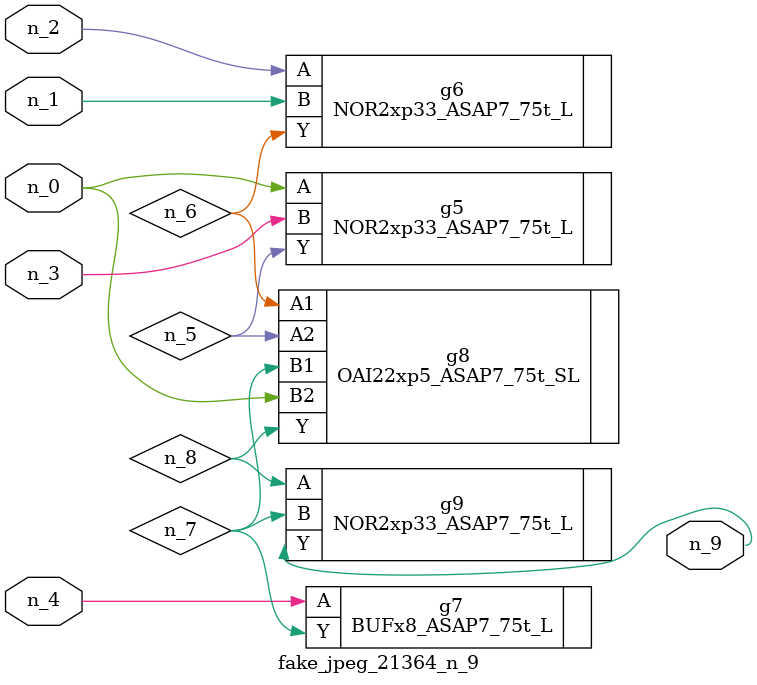
<source format=v>
module fake_jpeg_21364_n_9 (n_3, n_2, n_1, n_0, n_4, n_9);

input n_3;
input n_2;
input n_1;
input n_0;
input n_4;

output n_9;

wire n_8;
wire n_6;
wire n_5;
wire n_7;

NOR2xp33_ASAP7_75t_L g5 ( 
.A(n_0),
.B(n_3),
.Y(n_5)
);

NOR2xp33_ASAP7_75t_L g6 ( 
.A(n_2),
.B(n_1),
.Y(n_6)
);

BUFx8_ASAP7_75t_L g7 ( 
.A(n_4),
.Y(n_7)
);

OAI22xp5_ASAP7_75t_SL g8 ( 
.A1(n_6),
.A2(n_5),
.B1(n_7),
.B2(n_0),
.Y(n_8)
);

NOR2xp33_ASAP7_75t_L g9 ( 
.A(n_8),
.B(n_7),
.Y(n_9)
);


endmodule
</source>
